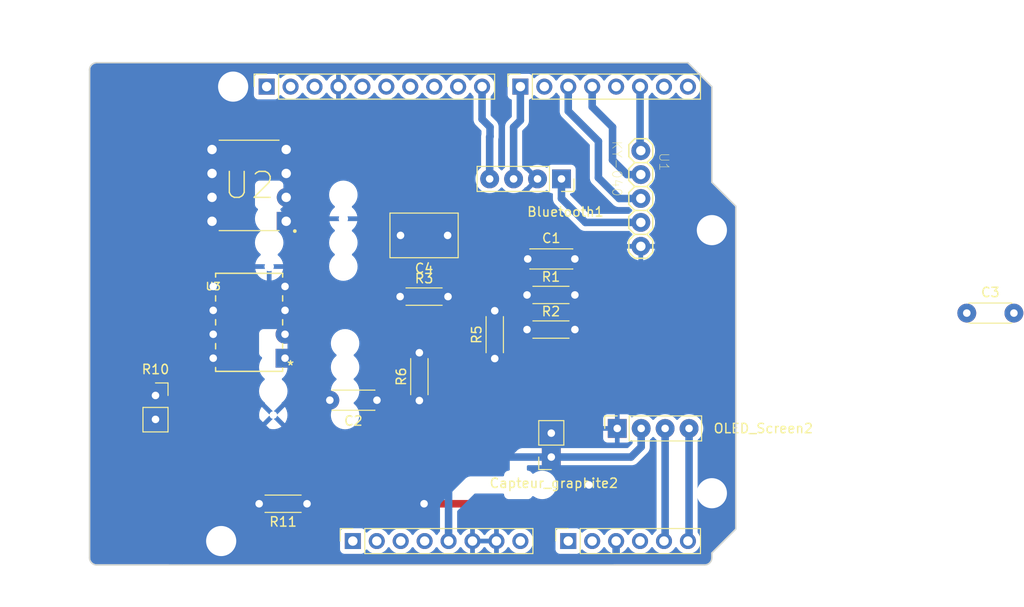
<source format=kicad_pcb>
(kicad_pcb (version 20240108) (generator "pcbnew") (generator_version "8.0")
  (title_block (date "mar. 31 mars 2015"))
  (layers (0 "F.Cu" signal) (31 "B.Cu" signal) (34 "B.Paste" user) (35 "F.Paste" user) (36 "B.SilkS" user "B.Silkscreen") (37 "F.SilkS" user "F.Silkscreen") (38 "B.Mask" user) (39 "F.Mask" user) (44 "Edge.Cuts" user))
  (net 0 "")
  (net 1 "GND")
  (net 3 "+5V")
  (net 4 "/IOREF")
  (net 5 "/D11{slash}MOSI")
  (net 6 "/A1")
  (net 7 "/D13{slash}SCK")
  (net 8 "/A3")
  (net 9 "/SDA{slash}A4")
  (net 10 "/SCL{slash}A5")
  (net 11 "/D10{slash}SS")
  (net 12 "/12")
  (net 13 "/AREF")
  (net 14 "A2")
  (net 15 "/A0{slash}ADC")
  (net 16 "/*9")
  (net 17 "/D2{slash}CLK")
  (net 18 "/*6")
  (net 19 "/TX{slash}1")
  (net 20 "/*3")
  (net 21 "/RX{slash}0")
  (net 22 "+3V3")
  (net 23 "VCC")
  (net 24 "/~{RESET}")
  (net 25 "/D4{slash}DT")
  (net 26 "/D5{slash}SW")
  (net 27 "Net-(U3-+IN)")
  (net 28 "Net-(U3-OUT)")
  (net 32 "Net-(Capteur_graphite2-Vout)")
  (net 33 "SDA")
  (net 34 "SCL")
  (net 35 "TX")
  (net 36 "RX")
  (footprint "Connector_PinSocket_2.54mm:PinSocket_1x08_P2.54mm_Vertical" (layer "F.Cu") (at 127.94 97.46 90)
    (property "Reference" "J1" (hide yes))
    (property "Value" "Power")
    (fp_line (start 1.33 -1.33) (end 1.33 0) (stroke (width 0.12)) (layer "F.SilkS"))
    (fp_line (start 0 -1.33) (end 1.33 -1.33) (stroke (width 0.12)) (layer "F.SilkS"))
    (fp_line (start 1.33 1.27) (end 1.33 19.11) (stroke (width 0.12)) (layer "F.SilkS"))
    (fp_line (start -1.33 1.27) (end 1.33 1.27) (stroke (width 0.12)) (layer "F.SilkS"))
    (fp_line (start -1.33 1.27) (end -1.33 19.11) (stroke (width 0.12)) (layer "F.SilkS"))
    (fp_line (start -1.33 19.11) (end 1.33 19.11) (stroke (width 0.12)) (layer "F.SilkS"))
    (pad "1" thru_hole rect (at 0 0 90) (size 1.7 1.7) (drill 1) (layers "*.Cu" "*.Mask"))
    (pad "2" thru_hole oval (at 0 2.54 90) (size 1.7 1.7) (drill 1) (layers "*.Cu" "*.Mask") (net 4 "/IOREF"))
    (pad "3" thru_hole oval (at 0 5.08 90) (size 1.7 1.7) (drill 1) (layers "*.Cu" "*.Mask") (net 24 "/~{RESET}"))
    (pad "4" thru_hole oval (at 0 7.62 90) (size 1.7 1.7) (drill 1) (layers "*.Cu" "*.Mask") (net 22 "+3V3"))
    (pad "5" thru_hole oval (at 0 10.16 90) (size 1.7 1.7) (drill 1) (layers "*.Cu" "*.Mask") (net 3 "+5V"))
    (pad "6" thru_hole oval (at 0 12.7 90) (size 1.7 1.7) (drill 1) (layers "*.Cu" "*.Mask") (net 1 "GND"))
    (pad "7" thru_hole oval (at 0 15.24 90) (size 1.7 1.7) (drill 1) (layers "*.Cu" "*.Mask") (net 1 "GND"))
    (pad "8" thru_hole oval (at 0 17.78 90) (size 1.7 1.7) (drill 1) (layers "*.Cu" "*.Mask") (net 23 "VCC"))
  )
  (footprint "Connector_PinSocket_2.54mm:PinSocket_1x06_P2.54mm_Vertical" (layer "F.Cu") (at 150.8 97.46 90)
    (property "Reference" "J3" (hide yes))
    (property "Value" "Analog")
    (fp_line (start 1.33 -1.33) (end 1.33 0) (stroke (width 0.12)) (layer "F.SilkS"))
    (fp_line (start 0 -1.33) (end 1.33 -1.33) (stroke (width 0.12)) (layer "F.SilkS"))
    (fp_line (start 1.33 1.27) (end 1.33 14.03) (stroke (width 0.12)) (layer "F.SilkS"))
    (fp_line (start -1.33 1.27) (end 1.33 1.27) (stroke (width 0.12)) (layer "F.SilkS"))
    (fp_line (start -1.33 1.27) (end -1.33 14.03) (stroke (width 0.12)) (layer "F.SilkS"))
    (fp_line (start -1.33 14.03) (end 1.33 14.03) (stroke (width 0.12)) (layer "F.SilkS"))
    (pad "1" thru_hole rect (at 0 0 90) (size 1.7 1.7) (drill 1) (layers "*.Cu" "*.Mask") (net 15 "/A0{slash}ADC"))
    (pad "2" thru_hole oval (at 0 2.54 90) (size 1.7 1.7) (drill 1) (layers "*.Cu" "*.Mask") (net 6 "/A1"))
    (pad "3" thru_hole oval (at 0 5.08 90) (size 1.7 1.7) (drill 1) (layers "*.Cu" "*.Mask") (net 14 "A2"))
    (pad "4" thru_hole oval (at 0 7.62 90) (size 1.7 1.7) (drill 1) (layers "*.Cu" "*.Mask") (net 8 "/A3"))
    (pad "5" thru_hole oval (at 0 10.16 90) (size 1.7 1.7) (drill 1) (layers "*.Cu" "*.Mask") (net 34 "SCL"))
    (pad "6" thru_hole oval (at 0 12.7 90) (size 1.7 1.7) (drill 1) (layers "*.Cu" "*.Mask") (net 33 "SDA"))
  )
  (footprint "Connector_PinSocket_2.54mm:PinSocket_1x10_P2.54mm_Vertical" (layer "F.Cu") (at 118.796 49.2 90)
    (property "Reference" "J2" (hide yes))
    (property "Value" "Digital/PWM")
    (fp_line (start 1.33 -1.33) (end 1.33 0) (stroke (width 0.12)) (layer "F.SilkS"))
    (fp_line (start 0 -1.33) (end 1.33 -1.33) (stroke (width 0.12)) (layer "F.SilkS"))
    (fp_line (start 1.33 1.27) (end 1.33 24.19) (stroke (width 0.12)) (layer "F.SilkS"))
    (fp_line (start -1.33 1.27) (end 1.33 1.27) (stroke (width 0.12)) (layer "F.SilkS"))
    (fp_line (start -1.33 1.27) (end -1.33 24.19) (stroke (width 0.12)) (layer "F.SilkS"))
    (fp_line (start -1.33 24.19) (end 1.33 24.19) (stroke (width 0.12)) (layer "F.SilkS"))
    (pad "1" thru_hole rect (at 0 0 90) (size 1.7 1.7) (drill 1) (layers "*.Cu" "*.Mask") (net 10 "/SCL{slash}A5"))
    (pad "2" thru_hole oval (at 0 2.54 90) (size 1.7 1.7) (drill 1) (layers "*.Cu" "*.Mask") (net 9 "/SDA{slash}A4"))
    (pad "3" thru_hole oval (at 0 5.08 90) (size 1.7 1.7) (drill 1) (layers "*.Cu" "*.Mask") (net 13 "/AREF"))
    (pad "4" thru_hole oval (at 0 7.62 90) (size 1.7 1.7) (drill 1) (layers "*.Cu" "*.Mask") (net 1 "GND"))
    (pad "5" thru_hole oval (at 0 10.16 90) (size 1.7 1.7) (drill 1) (layers "*.Cu" "*.Mask") (net 7 "/D13{slash}SCK"))
    (pad "6" thru_hole oval (at 0 12.7 90) (size 1.7 1.7) (drill 1) (layers "*.Cu" "*.Mask") (net 12 "/12"))
    (pad "7" thru_hole oval (at 0 15.24 90) (size 1.7 1.7) (drill 1) (layers "*.Cu" "*.Mask") (net 5 "/D11{slash}MOSI"))
    (pad "8" thru_hole oval (at 0 17.78 90) (size 1.7 1.7) (drill 1) (layers "*.Cu" "*.Mask") (net 11 "/D10{slash}SS"))
    (pad "9" thru_hole oval (at 0 20.32 90) (size 1.7 1.7) (drill 1) (layers "*.Cu" "*.Mask") (net 16 "/*9"))
    (pad "10" thru_hole oval (at 0 22.86 90) (size 1.7 1.7) (drill 1) (layers "*.Cu" "*.Mask") (net 36 "RX"))
  )
  (footprint "Connector_PinSocket_2.54mm:PinSocket_1x08_P2.54mm_Vertical" (layer "F.Cu") (at 145.72 49.2 90)
    (property "Reference" "J4" (hide yes))
    (property "Value" "Digital/PWM")
    (fp_line (start 1.33 -1.33) (end 1.33 0) (stroke (width 0.12)) (layer "F.SilkS"))
    (fp_line (start 0 -1.33) (end 1.33 -1.33) (stroke (width 0.12)) (layer "F.SilkS"))
    (fp_line (start 1.33 1.27) (end 1.33 19.11) (stroke (width 0.12)) (layer "F.SilkS"))
    (fp_line (start -1.33 1.27) (end 1.33 1.27) (stroke (width 0.12)) (layer "F.SilkS"))
    (fp_line (start -1.33 1.27) (end -1.33 19.11) (stroke (width 0.12)) (layer "F.SilkS"))
    (fp_line (start -1.33 19.11) (end 1.33 19.11) (stroke (width 0.12)) (layer "F.SilkS"))
    (pad "1" thru_hole rect (at 0 0 90) (size 1.7 1.7) (drill 1) (layers "*.Cu" "*.Mask") (net 35 "TX"))
    (pad "2" thru_hole oval (at 0 2.54 90) (size 1.7 1.7) (drill 1) (layers "*.Cu" "*.Mask") (net 18 "/*6"))
    (pad "3" thru_hole oval (at 0 5.08 90) (size 1.7 1.7) (drill 1) (layers "*.Cu" "*.Mask") (net 26 "/D5{slash}SW"))
    (pad "4" thru_hole oval (at 0 7.62 90) (size 1.7 1.7) (drill 1) (layers "*.Cu" "*.Mask") (net 25 "/D4{slash}DT"))
    (pad "5" thru_hole oval (at 0 10.16 90) (size 1.7 1.7) (drill 1) (layers "*.Cu" "*.Mask") (net 20 "/*3"))
    (pad "6" thru_hole oval (at 0 12.7 90) (size 1.7 1.7) (drill 1) (layers "*.Cu" "*.Mask") (net 17 "/D2{slash}CLK"))
    (pad "7" thru_hole oval (at 0 15.24 90) (size 1.7 1.7) (drill 1) (layers "*.Cu" "*.Mask") (net 19 "/TX{slash}1"))
    (pad "8" thru_hole oval (at 0 17.78 90) (size 1.7 1.7) (drill 1) (layers "*.Cu" "*.Mask") (net 21 "/RX{slash}0"))
  )
  (footprint "Resistor_THT:R_Axial_DIN0204_L3.6mm_D1.6mm_P5.08mm_Horizontal" (layer "F.Cu") (at 146.425 75)
    (property "Reference" "R2" (at 2.54 -1.92 0) (layer "F.SilkS"))
    (property "Value" "R")
    (fp_line (start 0.62 -0.92) (end 4.46 -0.92) (stroke (width 0.12)) (layer "F.SilkS"))
    (fp_line (start 0.62 0.92) (end 4.46 0.92) (stroke (width 0.12)) (layer "F.SilkS"))
    (pad "1" thru_hole circle (at 0 0) (size 2 2) (drill 0.8) (layers "*.Cu" "*.Mask") (net 27 "Net-(U3-+IN)"))
    (pad "2" thru_hole circle (at 5.08 0) (size 2 2) (drill 0.8) (layers "*.Cu" "*.Mask") (net 1 "GND"))
  )
  (footprint "4GP_Projet_Capteur:MPC41050_IP" (layer "F.Cu") (at 116.935 59.69 180)
    (property "Reference" "U2" (at 0 0 180) (layer "F.SilkS") (effects (font (size 2.755976 2.755976))))
    (property "Value" "MCP41050")
    (fp_line (start 3.18 4.8) (end -3.18 4.8) (stroke (width 0.127)) (layer "F.SilkS"))
    (fp_line (start -3.18 -4.8) (end 3.18 -4.8) (stroke (width 0.127)) (layer "F.SilkS"))
    (fp_circle (center -4.85 -4.85) (end -4.75 -4.85) (stroke (width 0.2)) (fill none) (layer "F.SilkS"))
    (pad "1" thru_hole rect (at -3.935 -3.81 180) (size 2 2) (drill 1) (layers "*.Cu" "*.Mask") (net 11 "/D10{slash}SS"))
    (pad "2" thru_hole oval (at -3.935 -1.27 180) (size 2 2) (drill 1) (layers "*.Cu" "*.Mask") (net 7 "/D13{slash}SCK"))
    (pad "3" thru_hole oval (at -3.935 1.27 180) (size 2 2) (drill 1) (layers "*.Cu" "*.Mask") (net 5 "/D11{slash}MOSI"))
    (pad "4" thru_hole oval (at -3.935 3.81 180) (size 2 2) (drill 1) (layers "*.Cu" "*.Mask") (net 1 "GND"))
    (pad "5" thru_hole oval (at 3.935 3.81 180) (size 2 2) (drill 1) (layers "*.Cu" "*.Mask") (net 3 "+5V"))
    (pad "6" thru_hole oval (at 3.935 1.27 180) (size 2 2) (drill 1) (layers "*.Cu" "*.Mask") (net 14 "A2"))
    (pad "7" thru_hole oval (at 3.935 -1.27 180) (size 2 2) (drill 1) (layers "*.Cu" "*.Mask") (net 1 "GND"))
    (pad "8" thru_hole oval (at 3.935 -3.81 180) (size 2 2) (drill 1) (layers "*.Cu" "*.Mask") (net 3 "+5V"))
  )
  (footprint "Resistor_THT:R_Axial_DIN0204_L3.6mm_D1.6mm_P5.08mm_Horizontal" (layer "F.Cu") (at 132.96 71.5)
    (property "Reference" "R3" (at 2.54 -1.92 0) (layer "F.SilkS"))
    (property "Value" "R")
    (fp_line (start 0.62 -0.92) (end 4.46 -0.92) (stroke (width 0.12)) (layer "F.SilkS"))
    (fp_line (start 0.62 0.92) (end 4.46 0.92) (stroke (width 0.12)) (layer "F.SilkS"))
    (pad "1" thru_hole circle (at 0 0) (size 2 2) (drill 0.8) (layers "*.Cu" "*.Mask") (net 28 "Net-(U3-OUT)"))
    (pad "2" thru_hole circle (at 5.08 0) (size 2 2) (drill 0.8) (layers "*.Cu" "*.Mask") (net 27 "Net-(U3-+IN)"))
  )
  (footprint "Capacitor_THT:C_Rect_L7.0mm_W4.5mm_P5.00mm" (layer "F.Cu") (at 138 65 180)
    (property "Reference" "C4" (at 2.5 -3.5 180) (layer "F.SilkS"))
    (property "Value" "C")
    (fp_line (start 6.12 -2.37) (end 6.12 2.37) (stroke (width 0.12)) (layer "F.SilkS"))
    (fp_line (start -1.12 2.37) (end 6.12 2.37) (stroke (width 0.12)) (layer "F.SilkS"))
    (fp_line (start -1.12 -2.37) (end 6.12 -2.37) (stroke (width 0.12)) (layer "F.SilkS"))
    (fp_line (start -1.12 -2.37) (end -1.12 2.37) (stroke (width 0.12)) (layer "F.SilkS"))
    (pad "1" thru_hole circle (at 0 0 180) (size 2 2) (drill 0.8) (layers "*.Cu" "*.Mask") (net 27 "Net-(U3-+IN)"))
    (pad "2" thru_hole circle (at 5 0 180) (size 2 2) (drill 0.8) (layers "*.Cu" "*.Mask") (net 28 "Net-(U3-OUT)"))
  )
  (footprint "Connector_PinSocket_2.54mm:PinSocket_1x02_P2.54mm_Vertical" (layer "F.Cu") (at 107 82)
    (property "Reference" "R10" (at 0 -2.77 360) (layer "F.SilkS"))
    (property "Value" "FlexSensor")
    (fp_line (start -1.33 1.27) (end -1.33 3.87) (stroke (width 0.12)) (layer "F.SilkS"))
    (fp_line (start -1.33 1.27) (end 1.33 1.27) (stroke (width 0.12)) (layer "F.SilkS"))
    (fp_line (start -1.33 3.87) (end 1.33 3.87) (stroke (width 0.12)) (layer "F.SilkS"))
    (fp_line (start 0 -1.33) (end 1.33 -1.33) (stroke (width 0.12)) (layer "F.SilkS"))
    (fp_line (start 1.33 -1.33) (end 1.33 0) (stroke (width 0.12)) (layer "F.SilkS"))
    (fp_line (start 1.33 1.27) (end 1.33 3.87) (stroke (width 0.12)) (layer "F.SilkS"))
    (pad "1" thru_hole circle (at 0 0) (size 2 2) (drill 0.8) (layers "*.Cu" "*.Mask") (net 3 "+5V"))
    (pad "2" thru_hole circle (at 0 2.54) (size 2 2) (drill 0.8) (layers "*.Cu" "*.Mask") (net 6 "/A1"))
  )
  (footprint "Capacitor_THT:C_Disc_D4.3mm_W1.9mm_P5.00mm" (layer "F.Cu") (at 130.5 82.5 180)
    (property "Reference" "C2" (at 2.5 -2.2 180) (layer "F.SilkS"))
    (property "Value" "C")
    (fp_line (start 4.77 1.055) (end 4.77 1.07) (stroke (width 0.12)) (layer "F.SilkS"))
    (fp_line (start 4.77 -1.07) (end 4.77 -1.055) (stroke (width 0.12)) (layer "F.SilkS"))
    (fp_line (start 0.23 1.07) (end 4.77 1.07) (stroke (width 0.12)) (layer "F.SilkS"))
    (fp_line (start 0.23 1.055) (end 0.23 1.07) (stroke (width 0.12)) (layer "F.SilkS"))
    (fp_line (start 0.23 -1.07) (end 4.77 -1.07) (stroke (width 0.12)) (layer "F.SilkS"))
    (fp_line (start 0.23 -1.07) (end 0.23 -1.055) (stroke (width 0.12)) (layer "F.SilkS"))
    (pad "1" thru_hole circle (at 0 0 180) (size 2 2) (drill 0.8) (layers "*.Cu" "*.Mask") (net 15 "/A0{slash}ADC"))
    (pad "2" thru_hole circle (at 5 0 180) (size 2 2) (drill 0.8) (layers "*.Cu" "*.Mask") (net 1 "GND"))
  )
  (footprint "Capacitor_THT:C_Disc_D4.3mm_W1.9mm_P5.00mm" (layer "F.Cu") (at 146.5 67.5)
    (property "Reference" "C1" (at 2.5 -2.2 0) (layer "F.SilkS"))
    (property "Value" "C")
    (fp_line (start 0.23 -1.07) (end 0.23 -1.055) (stroke (width 0.12)) (layer "F.SilkS"))
    (fp_line (start 0.23 -1.07) (end 4.77 -1.07) (stroke (width 0.12)) (layer "F.SilkS"))
    (fp_line (start 0.23 1.055) (end 0.23 1.07) (stroke (width 0.12)) (layer "F.SilkS"))
    (fp_line (start 0.23 1.07) (end 4.77 1.07) (stroke (width 0.12)) (layer "F.SilkS"))
    (fp_line (start 4.77 -1.07) (end 4.77 -1.055) (stroke (width 0.12)) (layer "F.SilkS"))
    (fp_line (start 4.77 1.055) (end 4.77 1.07) (stroke (width 0.12)) (layer "F.SilkS"))
    (pad "1" thru_hole circle (at 0 0) (size 2 2) (drill 0.8) (layers "*.Cu" "*.Mask") (net 27 "Net-(U3-+IN)"))
    (pad "2" thru_hole circle (at 5 0) (size 2 2) (drill 0.8) (layers "*.Cu" "*.Mask") (net 1 "GND"))
  )
  (footprint "Arduino_MountingHole:MountingHole_3.2mm" (layer "F.Cu") (at 115.24 49.2)
    (property "Reference" "MH1" (hide yes))
    (property "Value" "MountingHole_3.2mm" (hide yes))
    (pad "" np_thru_hole circle (at 0 0) (size 3.2 3.2) (drill 3.2) (layers "*.Cu" "*.Mask"))
  )
  (footprint "Connector_PinSocket_2.54mm:PinSocket_1x04_P2.54mm_Vertical" (layer "F.Cu") (at 156 85.5 90)
    (property "Reference" "OLED_Screen2" (at 0 15.5 0) (layer "F.SilkS"))
    (property "Value" "~")
    (fp_line (start 1.33 -1.33) (end 1.33 0) (stroke (width 0.12)) (layer "F.SilkS"))
    (fp_line (start 0 -1.33) (end 1.33 -1.33) (stroke (width 0.12)) (layer "F.SilkS"))
    (fp_line (start 1.33 1.27) (end 1.33 8.95) (stroke (width 0.12)) (layer "F.SilkS"))
    (fp_line (start -1.33 1.27) (end 1.33 1.27) (stroke (width 0.12)) (layer "F.SilkS"))
    (fp_line (start -1.33 1.27) (end -1.33 8.95) (stroke (width 0.12)) (layer "F.SilkS"))
    (fp_line (start -1.33 8.95) (end 1.33 8.95) (stroke (width 0.12)) (layer "F.SilkS"))
    (pad "1" thru_hole rect (at 0 0 90) (size 2 2) (drill 0.8) (layers "*.Cu" "*.Mask") (net 1 "GND"))
    (pad "2" thru_hole circle (at 0 2.54 90) (size 2 2) (drill 0.8) (layers "*.Cu" "*.Mask") (net 3 "+5V"))
    (pad "3" thru_hole circle (at 0 5.08 90) (size 2 2) (drill 0.8) (layers "*.Cu" "*.Mask") (net 34 "SCL"))
    (pad "4" thru_hole circle (at 0 7.62 90) (size 2 2) (drill 0.8) (layers "*.Cu" "*.Mask") (net 33 "SDA"))
  )
  (footprint "Connector_PinSocket_2.54mm:PinSocket_1x04_P2.54mm_Vertical" (layer "F.Cu") (at 150.08 59 -90)
    (property "Reference" "Bluetooth1" (at 3.5 -0.42 180) (layer "F.SilkS"))
    (property "Value" "~")
    (fp_line (start -1.33 8.95) (end 1.33 8.95) (stroke (width 0.12)) (layer "F.SilkS"))
    (fp_line (start -1.33 1.27) (end -1.33 8.95) (stroke (width 0.12)) (layer "F.SilkS"))
    (fp_line (start -1.33 1.27) (end 1.33 1.27) (stroke (width 0.12)) (layer "F.SilkS"))
    (fp_line (start 1.33 1.27) (end 1.33 8.95) (stroke (width 0.12)) (layer "F.SilkS"))
    (fp_line (start 0 -1.33) (end 1.33 -1.33) (stroke (width 0.12)) (layer "F.SilkS"))
    (fp_line (start 1.33 -1.33) (end 1.33 0) (stroke (width 0.12)) (layer "F.SilkS"))
    (pad "1" thru_hole rect (at 0 0 270) (size 2 2) (drill 0.8) (layers "*.Cu" "*.Mask") (net 3 "+5V"))
    (pad "2" thru_hole circle (at 0 2.54 270) (size 2 2) (drill 0.8) (layers "*.Cu" "*.Mask") (net 1 "GND"))
    (pad "3" thru_hole circle (at 0 5.08 270) (size 2 2) (drill 0.8) (layers "*.Cu" "*.Mask") (net 35 "TX"))
    (pad "4" thru_hole circle (at 0 7.62 270) (size 2 2) (drill 0.8) (layers "*.Cu" "*.Mask") (net 36 "RX"))
  )
  (footprint "4GP_Projet_Capteur:KY-040-PORT" (layer "F.Cu") (at 158.5 62.35 -90)
    (property "Reference" "U1" (at -5.1562 -2.4638 -90) (layer "F.SilkS") (effects (font (thickness 0.05))))
    (property "Value" "KY-040" (at -4.445 2.54 -90) (layer "F.SilkS") (effects (font (thickness 0.05))))
    (fp_line (start -5.715 1.27) (end -6.985 1.27) (stroke (width 0.1524)) (layer "F.SilkS"))
    (fp_line (start -4.445 1.27) (end -5.08 0.635) (stroke (width 0.1524)) (layer "F.SilkS"))
    (fp_line (start -3.175 1.27) (end -4.445 1.27) (stroke (width 0.1524)) (layer "F.SilkS"))
    (fp_line (start -1.905 1.27) (end -2.54 0.635) (stroke (width 0.1524)) (layer "F.SilkS"))
    (fp_line (start -0.635 1.27) (end -1.905 1.27) (stroke (width 0.1524)) (layer "F.SilkS"))
    (fp_line (start 1.905 1.27) (end 0.635 1.27) (stroke (width 0.1524)) (layer "F.SilkS"))
    (fp_line (start 3.175 1.27) (end 2.54 0.635) (stroke (width 0.1524)) (layer "F.SilkS"))
    (fp_line (start 4.445 1.27) (end 3.175 1.27) (stroke (width 0.1524)) (layer "F.SilkS"))
    (fp_line (start -7.62 0.635) (end -6.985 1.27) (stroke (width 0.1524)) (layer "F.SilkS"))
    (fp_line (start -5.08 0.635) (end -5.715 1.27) (stroke (width 0.1524)) (layer "F.SilkS"))
    (fp_line (start -2.54 0.635) (end -3.175 1.27) (stroke (width 0.1524)) (layer "F.SilkS"))
    (fp_line (start 0 0.635) (end -0.635 1.27) (stroke (width 0.1524)) (layer "F.SilkS"))
    (fp_line (start 0 0.635) (end 0.635 1.27) (stroke (width 0.1524)) (layer "F.SilkS"))
    (fp_line (start 2.54 0.635) (end 1.905 1.27) (stroke (width 0.1524)) (layer "F.SilkS"))
    (fp_line (start 5.08 0.635) (end 4.445 1.27) (stroke (width 0.1524)) (layer "F.SilkS"))
    (fp_line (start -7.62 -0.635) (end -7.62 0.635) (stroke (width 0.1524)) (layer "F.SilkS"))
    (fp_line (start -5.08 -0.635) (end -5.08 0.635) (stroke (width 0.1524)) (layer "F.SilkS"))
    (fp_line (start -5.08 -0.635) (end -4.445 -1.27) (stroke (width 0.1524)) (layer "F.SilkS"))
    (fp_line (start -2.54 -0.635) (end -2.54 0.635) (stroke (width 0.1524)) (layer "F.SilkS"))
    (fp_line (start -2.54 -0.635) (end -1.905 -1.27) (stroke (width 0.1524)) (layer "F.SilkS"))
    (fp_line (start 0 -0.635) (end 0 0.635) (stroke (width 0.1524)) (layer "F.SilkS"))
    (fp_line (start 2.54 -0.635) (end 2.54 0.635) (stroke (width 0.1524)) (layer "F.SilkS"))
    (fp_line (start 2.54 -0.635) (end 3.175 -1.27) (stroke (width 0.1524)) (layer "F.SilkS"))
    (fp_line (start 5.08 -0.635) (end 5.08 0.635) (stroke (width 0.1524)) (layer "F.SilkS"))
    (fp_line (start -6.985 -1.27) (end -7.62 -0.635) (stroke (width 0.1524)) (layer "F.SilkS"))
    (fp_line (start -6.985 -1.27) (end -5.715 -1.27) (stroke (width 0.1524)) (layer "F.SilkS"))
    (fp_line (start -5.715 -1.27) (end -5.08 -0.635) (stroke (width 0.1524)) (layer "F.SilkS"))
    (fp_line (start -4.445 -1.27) (end -3.175 -1.27) (stroke (width 0.1524)) (layer "F.SilkS"))
    (fp_line (start -3.175 -1.27) (end -2.54 -0.635) (stroke (width 0.1524)) (layer "F.SilkS"))
    (fp_line (start -1.905 -1.27) (end -0.635 -1.27) (stroke (width 0.1524)) (layer "F.SilkS"))
    (fp_line (start -0.635 -1.27) (end 0 -0.635) (stroke (width 0.1524)) (layer "F.SilkS"))
    (fp_line (start 0.635 -1.27) (end 0 -0.635) (stroke (width 0.1524)) (layer "F.SilkS"))
    (fp_line (start 0.635 -1.27) (end 1.905 -1.27) (stroke (width 0.1524)) (layer "F.SilkS"))
    (fp_line (start 1.905 -1.27) (end 2.54 -0.635) (stroke (width 0.1524)) (layer "F.SilkS"))
    (fp_line (start 3.175 -1.27) (end 4.445 -1.27) (stroke (width 0.1524)) (layer "F.SilkS"))
    (fp_line (start 4.445 -1.27) (end 5.08 -0.635) (stroke (width 0.1524)) (layer "F.SilkS"))
    (pad "CLK" thru_hole oval (at -6.35 0) (size 2 2) (drill 1) (layers "*.Cu" "*.Mask") (net 17 "/D2{slash}CLK"))
    (pad "DT" thru_hole oval (at -3.81 0) (size 2 2) (drill 1) (layers "*.Cu" "*.Mask") (net 25 "/D4{slash}DT"))
    (pad "GND" thru_hole oval (at 3.81 0) (size 2 2) (drill 1) (layers "*.Cu" "*.Mask") (net 1 "GND"))
    (pad "SW" thru_hole oval (at -1.27 0) (size 2 2) (drill 1) (layers "*.Cu" "*.Mask") (net 26 "/D5{slash}SW"))
    (pad "VCC" thru_hole oval (at 1.27 0) (size 2 2) (drill 1) (layers "*.Cu" "*.Mask") (net 3 "+5V"))
  )
  (footprint "Resistor_THT:R_Axial_DIN0204_L3.6mm_D1.6mm_P5.08mm_Horizontal" (layer "F.Cu") (at 135 82.54 90)
    (property "Reference" "R6" (at 2.54 -1.92 270) (layer "F.SilkS"))
    (property "Value" "R")
    (fp_line (start 0.62 -0.92) (end 4.46 -0.92) (stroke (width 0.12)) (layer "F.SilkS"))
    (fp_line (start 0.62 0.92) (end 4.46 0.92) (stroke (width 0.12)) (layer "F.SilkS"))
    (pad "1" thru_hole circle (at 0 0 90) (size 2 2) (drill 0.8) (layers "*.Cu" "*.Mask") (net 15 "/A0{slash}ADC"))
    (pad "2" thru_hole circle (at 5.08 0 90) (size 2 2) (drill 0.8) (layers "*.Cu" "*.Mask") (net 28 "Net-(U3-OUT)"))
  )
  (footprint "Resistor_THT:R_Axial_DIN0204_L3.6mm_D1.6mm_P5.08mm_Horizontal" (layer "F.Cu") (at 146.425 71.325)
    (property "Reference" "R1" (at 2.54 -1.92 0) (layer "F.SilkS"))
    (property "Value" "R")
    (fp_line (start 0.62 -0.92) (end 4.46 -0.92) (stroke (width 0.12)) (layer "F.SilkS"))
    (fp_line (start 0.62 0.92) (end 4.46 0.92) (stroke (width 0.12)) (layer "F.SilkS"))
    (pad "1" thru_hole circle (at 0 0) (size 2 2) (drill 0.8) (layers "*.Cu" "*.Mask") (net 27 "Net-(U3-+IN)"))
    (pad "2" thru_hole circle (at 5.08 0) (size 2 2) (drill 0.8) (layers "*.Cu" "*.Mask") (net 1 "GND"))
  )
  (footprint "Connector_PinSocket_2.54mm:PinSocket_1x02_P2.54mm_Vertical" (layer "F.Cu") (at 149 88.54 180)
    (property "Reference" "Capteur_graphite2" (at -0.275 -2.775 180) (layer "F.SilkS"))
    (property "Value" "~")
    (fp_line (start 1.33 1.27) (end 1.33 3.87) (stroke (width 0.12)) (layer "F.SilkS"))
    (fp_line (start 1.33 -1.33) (end 1.33 0) (stroke (width 0.12)) (layer "F.SilkS"))
    (fp_line (start 0 -1.33) (end 1.33 -1.33) (stroke (width 0.12)) (layer "F.SilkS"))
    (fp_line (start -1.33 3.87) (end 1.33 3.87) (stroke (width 0.12)) (layer "F.SilkS"))
    (fp_line (start -1.33 1.27) (end 1.33 1.27) (stroke (width 0.12)) (layer "F.SilkS"))
    (fp_line (start -1.33 1.27) (end -1.33 3.87) (stroke (width 0.12)) (layer "F.SilkS"))
    (pad "1" thru_hole rect (at 0 0 180) (size 2 2) (drill 0.8) (layers "*.Cu" "*.Mask") (net 3 "+5V"))
    (pad "2" thru_hole circle (at 0 2.54 180) (size 2 2) (drill 0.8) (layers "*.Cu" "*.Mask") (net 32 "Net-(Capteur_graphite2-Vout)"))
  )
  (footprint "Capacitor_THT:C_Disc_D4.3mm_W1.9mm_P5.00mm" (layer "F.Cu") (at 193.09 73.25)
    (property "Reference" "C3" (at 2.5 -2.2 0) (layer "F.SilkS"))
    (property "Value" "C")
    (fp_line (start 0.23 -1.07) (end 0.23 -1.055) (stroke (width 0.12)) (layer "F.SilkS"))
    (fp_line (start 0.23 -1.07) (end 4.77 -1.07) (stroke (width 0.12)) (layer "F.SilkS"))
    (fp_line (start 0.23 1.055) (end 0.23 1.07) (stroke (width 0.12)) (layer "F.SilkS"))
    (fp_line (start 0.23 1.07) (end 4.77 1.07) (stroke (width 0.12)) (layer "F.SilkS"))
    (fp_line (start 4.77 -1.07) (end 4.77 -1.055) (stroke (width 0.12)) (layer "F.SilkS"))
    (fp_line (start 4.77 1.055) (end 4.77 1.07) (stroke (width 0.12)) (layer "F.SilkS"))
    (pad "1" thru_hole circle (at 0 0) (size 2 2) (drill 0.8) (layers "*.Cu" "*.Mask") (net 3 "+5V"))
    (pad "2" thru_hole circle (at 5 0) (size 2 2) (drill 0.8) (layers "*.Cu" "*.Mask") (net 1 "GND"))
  )
  (footprint "Arduino_MountingHole:MountingHole_3.2mm" (layer "F.Cu") (at 113.97 97.46)
    (property "Reference" "MH2" (hide yes))
    (property "Value" "MountingHole_3.2mm" (hide yes))
    (pad "" np_thru_hole circle (at 0 0) (size 3.2 3.2) (drill 3.2) (layers "*.Cu" "*.Mask"))
  )
  (footprint "Resistor_THT:R_Axial_DIN0204_L3.6mm_D1.6mm_P5.08mm_Horizontal" (layer "F.Cu") (at 143 78.08 90)
    (property "Reference" "R5" (at 2.54 -1.92 270) (layer "F.SilkS"))
    (property "Value" "R")
    (fp_line (start 0.62 -0.92) (end 4.46 -0.92) (stroke (width 0.12)) (layer "F.SilkS"))
    (fp_line (start 0.62 0.92) (end 4.46 0.92) (stroke (width 0.12)) (layer "F.SilkS"))
    (pad "1" thru_hole circle (at 0 0 90) (size 2 2) (drill 0.8) (layers "*.Cu" "*.Mask") (net 32 "Net-(Capteur_graphite2-Vout)"))
    (pad "2" thru_hole circle (at 5.08 0 90) (size 2 2) (drill 0.8) (layers "*.Cu" "*.Mask") (net 27 "Net-(U3-+IN)"))
  )
  (footprint "Arduino_MountingHole:MountingHole_3.2mm" (layer "F.Cu") (at 166.04 64.44)
    (property "Reference" "MH3" (hide yes))
    (property "Value" "MountingHole_3.2mm" (hide yes))
    (pad "" np_thru_hole circle (at 0 0) (size 3.2 3.2) (drill 3.2) (layers "*.Cu" "*.Mask"))
  )
  (footprint "4GP_Projet_Capteur:LTC1050CN8" (layer "F.Cu") (at 113.125 70.42 180)
    (property "Reference" "U3" (at 0 0 180) (layer "F.SilkS") (effects (font (size 0.787402 0.787402))))
    (property "Value" "LTC1050CN8")
    (fp_line (start -0.254 1.397) (end -0.254 0.9906) (stroke (width 0.1524)) (layer "F.SilkS"))
    (fp_line (start -0.254 -0.9906) (end -0.254 -1.5494) (stroke (width 0.1524)) (layer "F.SilkS"))
    (fp_line (start -0.254 -3.5306) (end -0.254 -4.0894) (stroke (width 0.1524)) (layer "F.SilkS"))
    (fp_line (start -0.254 -6.0706) (end -0.254 -6.6294) (stroke (width 0.1524)) (layer "F.SilkS"))
    (fp_line (start -0.254 -8.6106) (end -0.254 -9.017) (stroke (width 0.1524)) (layer "F.SilkS"))
    (fp_line (start -0.254 -9.017) (end -7.366 -9.017) (stroke (width 0.1524)) (layer "F.SilkS"))
    (fp_line (start -7.366 1.397) (end -0.254 1.397) (stroke (width 0.1524)) (layer "F.SilkS"))
    (fp_line (start -7.366 0.9906) (end -7.366 1.397) (stroke (width 0.1524)) (layer "F.SilkS"))
    (fp_line (start -7.366 -1.5494) (end -7.366 -0.9906) (stroke (width 0.1524)) (layer "F.SilkS"))
    (fp_line (start -7.366 -4.0894) (end -7.366 -3.5306) (stroke (width 0.1524)) (layer "F.SilkS"))
    (fp_line (start -7.366 -6.5786) (end -7.366 -6.0706) (stroke (width 0.1524)) (layer "F.SilkS"))
    (fp_line (start -7.366 -9.017) (end -7.366 -8.6614) (stroke (width 0.1524)) (layer "F.SilkS"))
    (fp_text user "*" (at -8.2042 -8.4328 180) (layer "F.SilkS"))
    (pad "1" thru_hole rect (at -7.62 -7.62 180) (size 2 2) (drill 0.8) (layers "*.Cu" "*.Mask"))
    (pad "2" thru_hole circle (at -7.62 -5.08 180) (size 2 2) (drill 0.8) (layers "*.Cu" "*.Mask") (net 27 "Net-(U3-+IN)"))
    (pad "3" thru_hole circle (at -7.62 -2.54 180) (size 2 2) (drill 0.8) (layers "*.Cu" "*.Mask") (net 27 "Net-(U3-+IN)"))
    (pad "4" thru_hole circle (at -7.62 0 180) (size 2 2) (drill 0.8) (layers "*.Cu" "*.Mask") (net 1 "GND"))
    (pad "5" thru_hole circle (at 0 0 180) (size 2 2) (drill 0.8) (layers "*.Cu" "*.Mask"))
    (pad "6" thru_hole circle (at 0 -2.54 180) (size 2 2) (drill 0.8) (layers "*.Cu" "*.Mask") (net 28 "Net-(U3-OUT)"))
    (pad "7" thru_hole circle (at 0 -5.08 180) (size 2 2) (drill 0.8) (layers "*.Cu" "*.Mask") (net 3 "+5V"))
    (pad "8" thru_hole circle (at 0 -7.62 180) (size 2 2) (drill 0.8) (layers "*.Cu" "*.Mask"))
  )
  (footprint "Arduino_MountingHole:MountingHole_3.2mm" (layer "F.Cu") (at 166.04 92.38)
    (property "Reference" "MH4" (hide yes))
    (property "Value" "MountingHole_3.2mm" (hide yes))
    (pad "" np_thru_hole circle (at 0 0) (size 3.2 3.2) (drill 3.2) (layers "*.Cu" "*.Mask"))
  )
  (footprint "Resistor_THT:R_Axial_DIN0204_L3.6mm_D1.6mm_P5.08mm_Horizontal" (layer "F.Cu") (at 123.08 93.5 180)
    (property "Reference" "R11" (at 2.54 -1.92 180) (layer "F.SilkS"))
    (property "Value" "R")
    (fp_line (start 0.62 0.92) (end 4.46 0.92) (stroke (width 0.12)) (layer "F.SilkS"))
    (fp_line (start 0.62 -0.92) (end 4.46 -0.92) (stroke (width 0.12)) (layer "F.SilkS"))
    (pad "1" thru_hole circle (at 0 0 180) (size 2 2) (drill 0.8) (layers "*.Cu" "*.Mask") (net 6 "/A1"))
    (pad "2" thru_hole circle (at 5.08 0 180) (size 2 2) (drill 0.8) (layers "*.Cu" "*.Mask") (net 1 "GND"))
  )
  (gr_line (start 166.04 59.36) (end 168.58 61.9) (stroke (width 0.15)) (layer "Edge.Cuts"))
  (gr_line (start 100 99.238) (end 100 47.422) (stroke (width 0.15)) (layer "Edge.Cuts"))
  (gr_line (start 168.58 61.9) (end 168.58 96.19) (stroke (width 0.15)) (layer "Edge.Cuts"))
  (gr_line (start 165.278 100) (end 100.762 100) (stroke (width 0.15)) (layer "Edge.Cuts"))
  (gr_line (start 100.762 46.66) (end 163.5 46.66) (stroke (width 0.15)) (layer "Edge.Cuts"))
  (gr_arc (start 100.762 100) (mid 100.223185 99.776815) (end 100 99.238) (stroke (width 0.15)) (layer "Edge.Cuts"))
  (gr_line (start 168.58 96.19) (end 166.04 98.73) (stroke (width 0.15)) (layer "Edge.Cuts"))
  (gr_line (start 163.5 46.66) (end 166.04 49.2) (stroke (width 0.15)) (layer "Edge.Cuts"))
  (gr_arc (start 166.04 99.238) (mid 165.816815 99.776815) (end 165.278 100) (stroke (width 0.15)) (layer "Edge.Cuts"))
  (gr_line (start 166.04 49.2) (end 166.04 59.36) (stroke (width 0.15)) (layer "Edge.Cuts"))
  (gr_line (start 166.04 98.73) (end 166.04 99.238) (stroke (width 0.15)) (layer "Edge.Cuts"))
  (gr_arc (start 100 47.422) (mid 100.223185 46.883185) (end 100.762 46.66) (stroke (width 0.15)) (layer "Edge.Cuts"))
  (segment (start 138.1 97.46) (end 138.1 90.6) (width 0.8) (layer "B.Cu") (net 3))
  (segment (start 137 89.5) (end 122.5 89.5) (width 0.8) (layer "B.Cu") (net 3))
  (segment (start 158.54 87.46) (end 158.54 85.5) (width 0.8) (layer "B.Cu") (net 3))
  (segment (start 109 66) (end 109 75.5) (width 0.8) (layer "B.Cu") (net 3))
  (segment (start 109 75.5) (end 107 77.5) (width 0.8) (layer "B.Cu") (net 3))
  (segment (start 152.62 63.62) (end 158.5 63.62) (width 0.8) (layer "B.Cu") (net 3))
  (segment (start 114 75.5) (end 109 75.5) (width 0.8) (layer "B.Cu") (net 3))
  (segment (start 150.08 61.08) (end 152.62 63.62) (width 0.8) (layer "B.Cu") (net 3))
  (segment (start 117 77) (end 115.5 75.5) (width 0.8) (layer "B.Cu") (net 3))
  (segment (start 138.1 90.6) (end 137 89.5) (width 0.8) (layer "B.Cu") (net 3))
  (segment (start 140.16 88.54) (end 138.1 90.6) (width 0.8) (layer "B.Cu") (net 3))
  (segment (start 109 58.5) (end 109 66) (width 0.8) (layer "B.Cu") (net 3))
  (segment (start 115.5 75.5) (end 114 75.5) (width 0.8) (layer "B.Cu") (net 3))
  (segment (start 149 88.54) (end 140.16 88.54) (width 0.8) (layer "B.Cu") (net 3))
  (segment (start 122.5 89.5) (end 117 84) (width 0.8) (layer "B.Cu") (net 3))
  (segment (start 157.46 88.54) (end 158.54 87.46) (width 0.8) (layer "B.Cu") (net 3))
  (segment (start 150.08 59) (end 150.08 61.08) (width 0.8) (layer "B.Cu") (net 3))
  (segment (start 107 82) (end 107 77.5) (width 0.8) (layer "B.Cu") (net 3))
  (segment (start 149 88.54) (end 157.46 88.54) (width 0.8) (layer "B.Cu") (net 3))
  (segment (start 117 84) (end 117 77) (width 0.8) (layer "B.Cu") (net 3))
  (segment (start 150.999994 93.5) (end 152.999994 91.5) (width 0.8) (layer "F.Cu") (net 6))
  (segment (start 135.499994 93.5) (end 150.999994 93.5) (width 0.8) (layer "F.Cu") (net 6))
  (via (at 135.499994 93.5) (size 2.2) (drill 0.8) (layers "F.Cu" "B.Cu") (net 6))
  (via (at 152.999994 91.5) (size 2.2) (drill 0.8) (layers "F.Cu" "B.Cu") (net 6))
  (segment (start 114.12 84.54) (end 107 84.54) (width 0.8) (layer "B.Cu") (net 6))
  (segment (start 123.08 93.5) (end 135.499994 93.5) (width 0.8) (layer "B.Cu") (net 6))
  (segment (start 123.08 93.5) (end 114.12 84.54) (width 0.8) (layer "B.Cu") (net 6))
  (segment (start 155.5 99.5) (end 155.475 99.525) (width 0.8) (layer "B.Cu") (net 14))
  (segment (start 155.88 97.46) (end 155.88 99.12) (width 0.8) (layer "B.Cu") (net 14))
  (segment (start 103 94) (end 103 74.5) (width 0.8) (layer "B.Cu") (net 14))
  (segment (start 108.525 99.525) (end 103 94) (width 0.8) (layer "B.Cu") (net 14))
  (segment (start 155.475 99.525) (end 110 99.525) (width 0.8) (layer "B.Cu") (net 14))
  (segment (start 110 99.525) (end 108.525 99.525) (width 0.8) (layer "B.Cu") (net 14))
  (segment (start 155.88 99.12) (end 155.5 99.5) (width 0.8) (layer "B.Cu") (net 14))
  (segment (start 158.42 49.2) (end 158.42 55.92) (width 0.8) (layer "B.Cu") (net 17))
  (segment (start 158.42 55.92) (end 158.5 56) (width 0.8) (layer "B.Cu") (net 17))
  (segment (start 155.5 57) (end 157.04 58.54) (width 0.8) (layer "B.Cu") (net 25))
  (segment (start 157.04 58.54) (end 158.5 58.54) (width 0.8) (layer "B.Cu") (net 25))
  (segment (start 153.34 49.2) (end 153.34 51.34) (width 0.8) (layer "B.Cu") (net 25))
  (segment (start 155.5 53.5) (end 155.5 57) (width 0.8) (layer "B.Cu") (net 25))
  (segment (start 153.34 51.34) (end 155.5 53.5) (width 0.8) (layer "B.Cu") (net 25))
  (segment (start 150.8 49.2) (end 150.8 51.8) (width 0.8) (layer "B.Cu") (net 26))
  (segment (start 154 55) (end 154 58.88) (width 0.8) (layer "B.Cu") (net 26))
  (segment (start 156.2 61.08) (end 158.5 61.08) (width 0.8) (layer "B.Cu") (net 26))
  (segment (start 154 58.88) (end 156.2 61.08) (width 0.8) (layer "B.Cu") (net 26))
  (segment (start 150.8 51.8) (end 154 55) (width 0.8) (layer "B.Cu") (net 26))
  (segment (start 138 65) (end 138 71.46) (width 0.8) (layer "B.Cu") (net 27))
  (segment (start 138 71.46) (end 138.04 71.5) (width 0.8) (layer "B.Cu") (net 27))
  (segment (start 163.62 85.5) (end 163.62 97.34) (width 0.8) (layer "B.Cu") (net 33))
  (segment (start 163.62 97.34) (end 163.5 97.46) (width 0.8) (layer "B.Cu") (net 33))
  (segment (start 161.08 85.5) (end 161.08 97.34) (width 0.8) (layer "B.Cu") (net 34))
  (segment (start 161.08 97.34) (end 160.96 97.46) (width 0.8) (layer "B.Cu") (net 34))
  (segment (start 145.72 49.2) (end 145.72 52.78) (width 0.8) (layer "B.Cu") (net 35))
  (segment (start 145 53.5) (end 145 59) (width 0.8) (layer "B.Cu") (net 35))
  (segment (start 145.72 52.78) (end 145 53.5) (width 0.8) (layer "B.Cu") (net 35))
  (segment (start 141.656 52.656) (end 142.5 53.5) (width 0.8) (layer "B.Cu") (net 36))
  (segment (start 142.5 54.5) (end 142.46 54.54) (width 0.8) (layer "B.Cu") (net 36))
  (segment (start 142.616 58.844) (end 142.46 59) (width 0.8) (layer "B.Cu") (net 36))
  (segment (start 142.46 54.54) (end 142.46 59) (width 0.8) (layer "B.Cu") (net 36))
  (segment (start 141.656 49.2) (end 141.656 52.656) (width 0.8) (layer "B.Cu") (net 36))
  (segment (start 142.5 53.5) (end 142.5 54.5) (width 0.8) (layer "B.Cu") (net 36))
  (zone (net 1) (net_name "GND") (layer "B.Cu") (connect_pads (clearance 0.508)) (min_thickness 0.25) (fill yes (thermal_gap 0.5) (thermal_bridge_width 0.5))
    (polygon (pts (xy 179 40) (xy 90.5 40) (xy 90.5 104.5) (xy 179 104.5)))
  )
)
</source>
